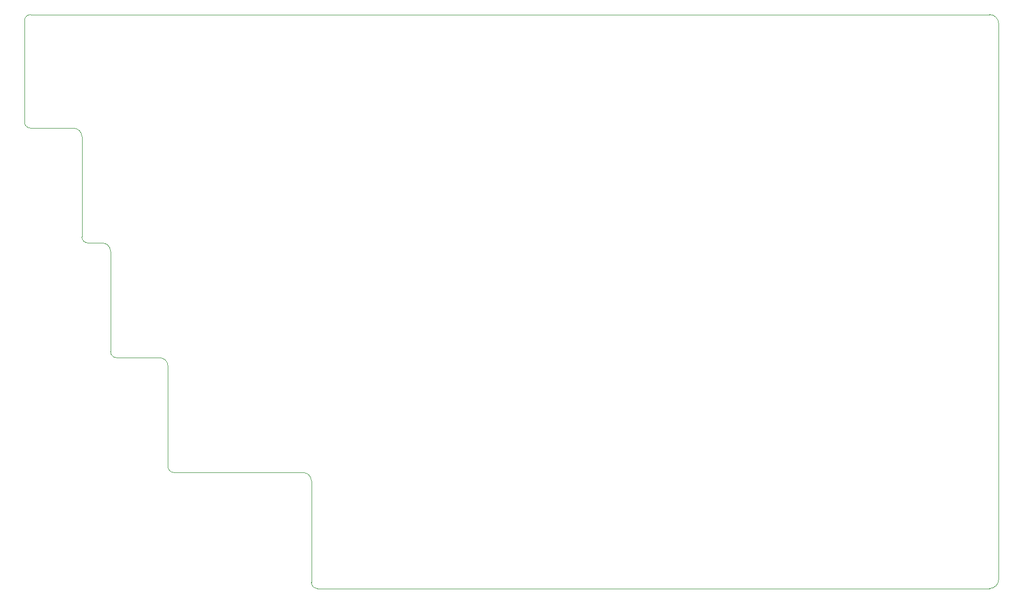
<source format=gbr>
G04 #@! TF.GenerationSoftware,KiCad,Pcbnew,(5.1.2-1)-1*
G04 #@! TF.CreationDate,2019-08-02T10:41:21+09:00*
G04 #@! TF.ProjectId,split-ask_right,73706c69-742d-4617-936b-5f7269676874,rev?*
G04 #@! TF.SameCoordinates,Original*
G04 #@! TF.FileFunction,Profile,NP*
%FSLAX46Y46*%
G04 Gerber Fmt 4.6, Leading zero omitted, Abs format (unit mm)*
G04 Created by KiCad (PCBNEW (5.1.2-1)-1) date 2019-08-02 10:41:21*
%MOMM*%
%LPD*%
G04 APERTURE LIST*
%ADD10C,0.050000*%
G04 APERTURE END LIST*
D10*
X186938280Y-119063000D02*
G75*
G02X185938280Y-118063000I0J1000000D01*
G01*
X184538280Y-99812920D02*
G75*
G02X185938280Y-101212920I0J-1400000D01*
G01*
X163125680Y-99812920D02*
G75*
G02X162125680Y-98812920I0J1000000D01*
G01*
X160725680Y-80762840D02*
G75*
G02X162125680Y-82162840I0J-1400000D01*
G01*
X153600640Y-80762840D02*
G75*
G02X152600640Y-79762840I0J1000000D01*
G01*
X151200640Y-61712760D02*
G75*
G02X152600640Y-63112760I0J-1400000D01*
G01*
X148838120Y-61712760D02*
G75*
G02X147838120Y-60712760I0J1000000D01*
G01*
X146438120Y-42662680D02*
G75*
G02X147838120Y-44062680I0J-1400000D01*
G01*
X139313080Y-42662680D02*
G75*
G02X138313080Y-41662680I0J1000000D01*
G01*
X138313080Y-24812600D02*
G75*
G02X139313080Y-23812600I1000000J0D01*
G01*
X300038760Y-117563000D02*
G75*
G02X298538760Y-119063000I-1500000J0D01*
G01*
X298538760Y-23812600D02*
G75*
G02X300038760Y-25312600I0J-1500000D01*
G01*
X298538760Y-23812600D02*
X139313080Y-23812600D01*
X300038760Y-117563000D02*
X300038760Y-25312600D01*
X186938280Y-119063000D02*
X298538760Y-119063000D01*
X185938280Y-101212920D02*
X185938280Y-118063000D01*
X163125680Y-99812920D02*
X184538280Y-99812920D01*
X162125680Y-82162840D02*
X162125680Y-98812920D01*
X153600640Y-80762840D02*
X160725680Y-80762840D01*
X152600640Y-63112760D02*
X152600640Y-79762840D01*
X148838120Y-61712760D02*
X151200640Y-61712760D01*
X147838120Y-44062680D02*
X147838120Y-60712760D01*
X139313080Y-42662680D02*
X146438120Y-42662680D01*
X138313080Y-24812600D02*
X138313080Y-41662680D01*
M02*

</source>
